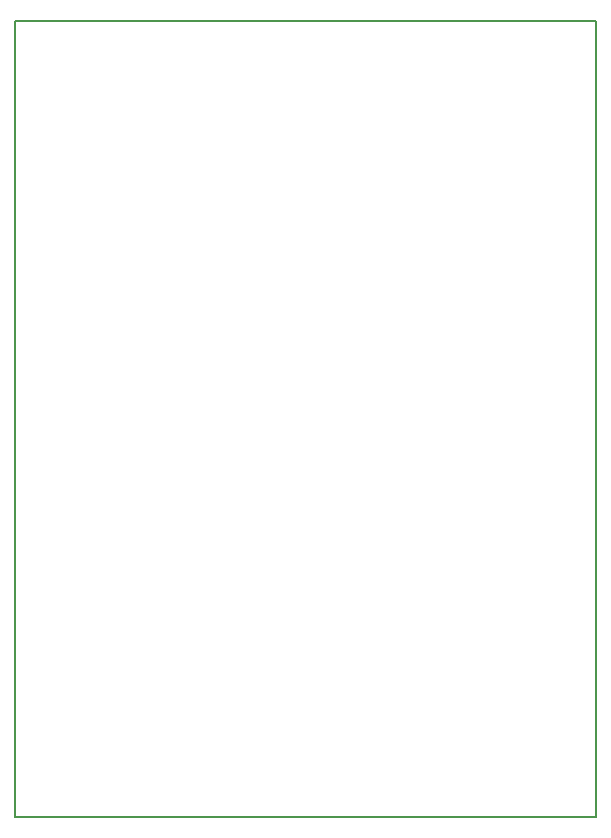
<source format=gko>
G04*
G04 #@! TF.GenerationSoftware,Altium Limited,Altium Designer,20.0.8 (157)*
G04*
G04 Layer_Color=16711935*
%FSLAX24Y24*%
%MOIN*%
G70*
G01*
G75*
%ADD14C,0.0060*%
D14*
X28450Y21050D02*
X46750D01*
X27400D02*
X28450D01*
X27400D02*
Y47600D01*
X46750D01*
X46750Y21050D01*
M02*

</source>
